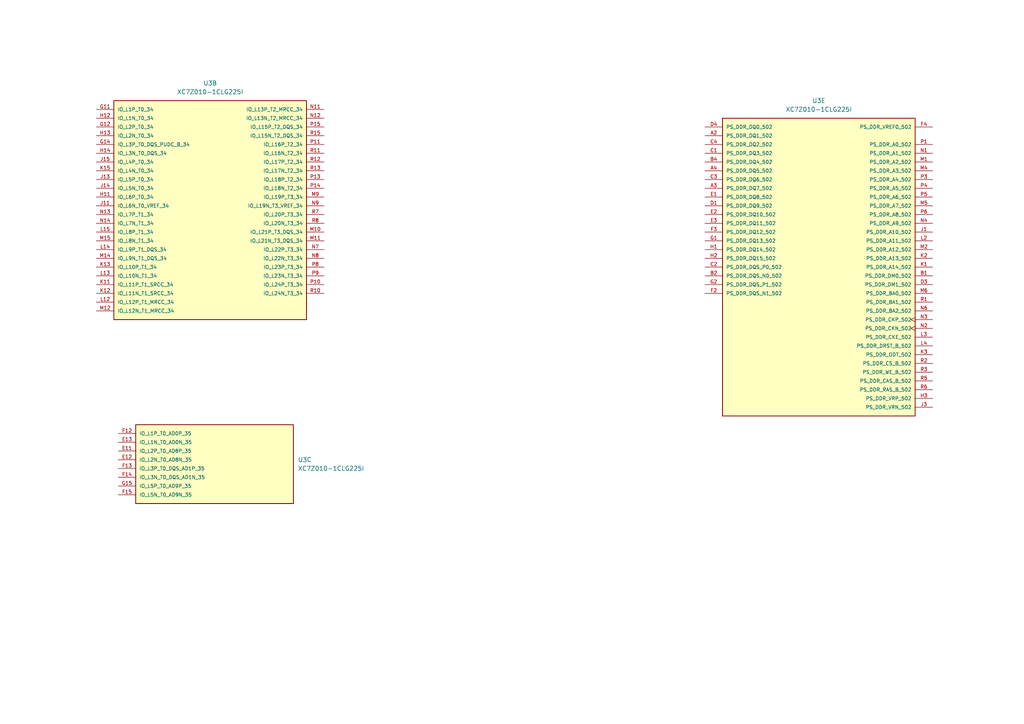
<source format=kicad_sch>
(kicad_sch (version 20231120) (generator "eeschema") (generator_version "8.0")
  (paper "A4")
  (lib_symbols
    (symbol "Personal:XC7Z010-1CLG225I" (pin_names (offset 1.016))
      (property "Reference" "U" (at -25.5456 24.8201 0))
      (property "Value" "XC7Z010-1CLG225I" (at -25.5473 -24.1252 0))
      (symbol "XC7Z010-1CLG225I_1_0"
        (rectangle (start -25.4 -20.32) (end 25.4 22.86) (stroke (width 0.254)) (fill (type background)))
        (pin bidirectional line (at 30.48 7.62 180) (length 5.08) (name "INIT_B_0") (number "D5"))
        (pin power_in line (at 30.48 20.32 180) (length 5.08) (name "VCCBATT_0") (number "E6"))
        (pin passive line (at 30.48 -10.16 180) (length 5.08) (name "RSVDGND") (number "E8"))
        (pin input line (at -30.48 -5.08 0) (length 5.08) (name "CFGBVS_0") (number "F6"))
        (pin power_in line (at 30.48 17.78 180) (length 5.08) (name "VCCADC_0") (number "F7"))
        (pin power_in line (at 30.48 -17.78 180) (length 5.08) (name "GNDADC_0") (number "F8"))
        (pin passive line (at 30.48 -2.54 180) (length 5.08) (name "RSVSVCC1") (number "G4"))
        (pin input line (at -30.48 -7.62 0) (length 5.08) (name "VP_0") (number "G7"))
        (pin power_in line (at 30.48 -15.24 180) (length 5.08) (name "VREFN_0") (number "G8"))
        (pin input clock (at -30.48 10.16 0) (length 5.08) (name "TCK_0") (number "G9"))
        (pin passive line (at 30.48 -7.62 180) (length 5.08) (name "RSVSVCC3") (number "H4"))
        (pin power_in line (at 30.48 15.24 180) (length 5.08) (name "VREFP_0") (number "H7"))
        (pin input line (at -30.48 -10.16 0) (length 5.08) (name "VN_0") (number "H8"))
        (pin passive line (at 30.48 -5.08 180) (length 5.08) (name "RSVSVCC2") (number "J4"))
        (pin output line (at 30.48 2.54 180) (length 5.08) (name "DXP_0") (number "J7"))
        (pin input line (at -30.48 -2.54 0) (length 5.08) (name "PROGRAM_B_0") (number "K6"))
        (pin input line (at -30.48 5.08 0) (length 5.08) (name "TDI_0") (number "L7"))
        (pin output line (at -30.48 2.54 0) (length 5.08) (name "TDO_0") (number "L8"))
        (pin input line (at -30.48 7.62 0) (length 5.08) (name "TMS_0") (number "L9"))
        (pin bidirectional line (at 30.48 10.16 180) (length 5.08) (name "DONE_0") (number "M7"))
      )
      (symbol "XC7Z010-1CLG225I_2_0"
        (rectangle (start -27.94 -30.48) (end 27.94 33.02) (stroke (width 0.254)) (fill (type background)))
        (pin bidirectional line (at -33.02 30.48 0) (length 5.08) (name "IO_L1P_T0_34") (number "G11"))
        (pin bidirectional line (at -33.02 25.4 0) (length 5.08) (name "IO_L2P_T0_34") (number "G12"))
        (pin bidirectional line (at -33.02 20.32 0) (length 5.08) (name "IO_L3P_T0_DQS_PUDC_B_34") (number "G14"))
        (pin bidirectional line (at -33.02 5.08 0) (length 5.08) (name "IO_L6P_T0_34") (number "H11"))
        (pin bidirectional line (at -33.02 27.94 0) (length 5.08) (name "IO_L1N_T0_34") (number "H12"))
        (pin bidirectional line (at -33.02 22.86 0) (length 5.08) (name "IO_L2N_T0_34") (number "H13"))
        (pin bidirectional line (at -33.02 17.78 0) (length 5.08) (name "IO_L3N_T0_DQS_34") (number "H14"))
        (pin bidirectional line (at -33.02 2.54 0) (length 5.08) (name "IO_L6N_T0_VREF_34") (number "J11"))
        (pin bidirectional line (at -33.02 10.16 0) (length 5.08) (name "IO_L5P_T0_34") (number "J13"))
        (pin bidirectional line (at -33.02 7.62 0) (length 5.08) (name "IO_L5N_T0_34") (number "J14"))
        (pin bidirectional line (at -33.02 15.24 0) (length 5.08) (name "IO_L4P_T0_34") (number "J15"))
        (pin bidirectional line (at -33.02 -20.32 0) (length 5.08) (name "IO_L11P_T1_SRCC_34") (number "K11"))
        (pin bidirectional line (at -33.02 -22.86 0) (length 5.08) (name "IO_L11N_T1_SRCC_34") (number "K12"))
        (pin bidirectional line (at -33.02 -15.24 0) (length 5.08) (name "IO_L10P_T1_34") (number "K13"))
        (pin bidirectional line (at -33.02 12.7 0) (length 5.08) (name "IO_L4N_T0_34") (number "K15"))
        (pin bidirectional line (at -33.02 -25.4 0) (length 5.08) (name "IO_L12P_T1_MRCC_34") (number "L12"))
        (pin bidirectional line (at -33.02 -17.78 0) (length 5.08) (name "IO_L10N_T1_34") (number "L13"))
        (pin bidirectional line (at -33.02 -10.16 0) (length 5.08) (name "IO_L9P_T1_DQS_34") (number "L14"))
        (pin bidirectional line (at -33.02 -5.08 0) (length 5.08) (name "IO_L8P_T1_34") (number "L15"))
        (pin bidirectional line (at 33.02 -5.08 180) (length 5.08) (name "IO_L21P_T3_DQS_34") (number "M10"))
        (pin bidirectional line (at 33.02 -7.62 180) (length 5.08) (name "IO_L21N_T3_DQS_34") (number "M11"))
        (pin bidirectional line (at -33.02 -27.94 0) (length 5.08) (name "IO_L12N_T1_MRCC_34") (number "M12"))
        (pin bidirectional line (at -33.02 -12.7 0) (length 5.08) (name "IO_L9N_T1_DQS_34") (number "M14"))
        (pin bidirectional line (at -33.02 -7.62 0) (length 5.08) (name "IO_L8N_T1_34") (number "M15"))
        (pin bidirectional line (at 33.02 5.08 180) (length 5.08) (name "IO_L19P_T3_34") (number "M9"))
        (pin bidirectional line (at 33.02 30.48 180) (length 5.08) (name "IO_L13P_T2_MRCC_34") (number "N11"))
        (pin bidirectional line (at 33.02 27.94 180) (length 5.08) (name "IO_L13N_T2_MRCC_34") (number "N12"))
        (pin bidirectional line (at -33.02 0 0) (length 5.08) (name "IO_L7P_T1_34") (number "N13"))
        (pin bidirectional line (at -33.02 -2.54 0) (length 5.08) (name "IO_L7N_T1_34") (number "N14"))
        (pin bidirectional line (at 33.02 -10.16 180) (length 5.08) (name "IO_L22P_T3_34") (number "N7"))
        (pin bidirectional line (at 33.02 -12.7 180) (length 5.08) (name "IO_L22N_T3_34") (number "N8"))
        (pin bidirectional line (at 33.02 2.54 180) (length 5.08) (name "IO_L19N_T3_VREF_34") (number "N9"))
        (pin bidirectional line (at 33.02 -20.32 180) (length 5.08) (name "IO_L24P_T3_34") (number "P10"))
        (pin bidirectional line (at 33.02 20.32 180) (length 5.08) (name "IO_L16P_T2_34") (number "P11"))
        (pin bidirectional line (at 33.02 10.16 180) (length 5.08) (name "IO_L18P_T2_34") (number "P13"))
        (pin bidirectional line (at 33.02 7.62 180) (length 5.08) (name "IO_L18N_T2_34") (number "P14"))
        (pin bidirectional line (at 33.02 25.4 180) (length 5.08) (name "IO_L15P_T2_DQS_34") (number "P15"))
        (pin bidirectional line (at 33.02 -15.24 180) (length 5.08) (name "IO_L23P_T3_34") (number "P8"))
        (pin bidirectional line (at 33.02 -17.78 180) (length 5.08) (name "IO_L23N_T3_34") (number "P9"))
        (pin bidirectional line (at 33.02 -22.86 180) (length 5.08) (name "IO_L24N_T3_34") (number "R10"))
        (pin bidirectional line (at 33.02 17.78 180) (length 5.08) (name "IO_L16N_T2_34") (number "R11"))
        (pin bidirectional line (at 33.02 15.24 180) (length 5.08) (name "IO_L17P_T2_34") (number "R12"))
        (pin bidirectional line (at 33.02 12.7 180) (length 5.08) (name "IO_L17N_T2_34") (number "R13"))
        (pin bidirectional line (at 33.02 22.86 180) (length 5.08) (name "IO_L15N_T2_DQS_34") (number "R15"))
        (pin bidirectional line (at 33.02 0 180) (length 5.08) (name "IO_L20P_T3_34") (number "R7"))
        (pin bidirectional line (at 33.02 -2.54 180) (length 5.08) (name "IO_L20N_T3_34") (number "R8"))
      )
      (symbol "XC7Z010-1CLG225I_3_0"
        (rectangle (start -22.86 -10.16) (end 22.86 12.7) (stroke (width 0.254)) (fill (type background)))
        (pin bidirectional line (at -27.94 5.08 0) (length 5.08) (name "IO_L2P_T0_AD8P_35") (number "E11"))
        (pin bidirectional line (at -27.94 2.54 0) (length 5.08) (name "IO_L2N_T0_AD8N_35") (number "E12"))
        (pin bidirectional line (at -27.94 7.62 0) (length 5.08) (name "IO_L1N_T0_AD0N_35") (number "E13"))
        (pin bidirectional line (at -27.94 10.16 0) (length 5.08) (name "IO_L1P_T0_AD0P_35") (number "F12"))
        (pin bidirectional line (at -27.94 0 0) (length 5.08) (name "IO_L3P_T0_DQS_AD1P_35") (number "F13"))
        (pin bidirectional line (at -27.94 -2.54 0) (length 5.08) (name "IO_L3N_T0_DQS_AD1N_35") (number "F14"))
        (pin bidirectional line (at -27.94 -7.62 0) (length 5.08) (name "IO_L5N_T0_AD9N_35") (number "F15"))
        (pin bidirectional line (at -27.94 -5.08 0) (length 5.08) (name "IO_L5P_T0_AD9P_35") (number "G15"))
      )
      (symbol "XC7Z010-1CLG225I_4_0"
        (rectangle (start -22.86 -25.4) (end 22.86 25.4) (stroke (width 0.254)) (fill (type background)))
        (pin bidirectional line (at -27.94 0 0) (length 5.08) (name "PS_MIO6_500") (number "A10"))
        (pin bidirectional line (at 27.94 -20.32 180) (length 5.08) (name "PS_MIO52_501") (number "A12"))
        (pin bidirectional line (at 27.94 -10.16 180) (length 5.08) (name "PS_MIO38_501") (number "A13"))
        (pin bidirectional line (at 27.94 -2.54 180) (length 5.08) (name "PS_MIO35_501") (number "A14"))
        (pin bidirectional line (at 27.94 15.24 180) (length 5.08) (name "PS_MIO28_501") (number "A15"))
        (pin bidirectional line (at -27.94 12.7 0) (length 5.08) (name "PS_MIO1_500") (number "A5"))
        (pin bidirectional line (at -27.94 7.62 0) (length 5.08) (name "PS_MIO3_500") (number "A7"))
        (pin bidirectional line (at -27.94 10.16 0) (length 5.08) (name "PS_MIO2_500") (number "A8"))
        (pin bidirectional line (at -27.94 2.54 0) (length 5.08) (name "PS_MIO5_500") (number "A9"))
        (pin bidirectional line (at -27.94 -12.7 0) (length 5.08) (name "PS_MIO11_500") (number "B10"))
        (pin input line (at 27.94 20.32 180) (length 5.08) (name "PS_SRST_B_501") (number "B11"))
        (pin bidirectional line (at 27.94 -15.24 180) (length 5.08) (name "PS_MIO48_501") (number "B12"))
        (pin bidirectional line (at 27.94 -5.08 180) (length 5.08) (name "PS_MIO36_501") (number "B14"))
        (pin bidirectional line (at 27.94 10.16 180) (length 5.08) (name "PS_MIO30_501") (number "B15"))
        (pin bidirectional line (at -27.94 -7.62 0) (length 5.08) (name "PS_MIO9_500") (number "B5"))
        (pin bidirectional line (at -27.94 -5.08 0) (length 5.08) (name "PS_MIO8_500") (number "B6"))
        (pin bidirectional line (at -27.94 -15.24 0) (length 5.08) (name "PS_MIO12_500") (number "B7"))
        (pin bidirectional line (at -27.94 -20.32 0) (length 5.08) (name "PS_MIO14_500") (number "B9"))
        (pin bidirectional line (at 27.94 2.54 180) (length 5.08) (name "PS_MIO33_501") (number "C11"))
        (pin bidirectional line (at 27.94 7.62 180) (length 5.08) (name "PS_MIO31_501") (number "C12"))
        (pin bidirectional line (at 27.94 -22.86 180) (length 5.08) (name "PS_MIO53_501") (number "C13"))
        (pin bidirectional line (at 27.94 -7.62 180) (length 5.08) (name "PS_MIO37_501") (number "C14"))
        (pin bidirectional line (at -27.94 -17.78 0) (length 5.08) (name "PS_MIO13_500") (number "C6"))
        (pin input clock (at -27.94 22.86 0) (length 5.08) (name "PS_CLK_500") (number "C7"))
        (pin bidirectional line (at -27.94 5.08 0) (length 5.08) (name "PS_MIO4_500") (number "C8"))
        (pin input line (at -27.94 20.32 0) (length 5.08) (name "PS_POR_B_500") (number "C9"))
        (pin bidirectional line (at -27.94 -22.86 0) (length 5.08) (name "PS_MIO15_500") (number "D10"))
        (pin bidirectional line (at 27.94 12.7 180) (length 5.08) (name "PS_MIO29_501") (number "D11"))
        (pin bidirectional line (at 27.94 -17.78 180) (length 5.08) (name "PS_MIO49_501") (number "D13"))
        (pin bidirectional line (at 27.94 -12.7 180) (length 5.08) (name "PS_MIO39_501") (number "D14"))
        (pin bidirectional line (at 27.94 0 180) (length 5.08) (name "PS_MIO34_501") (number "D15"))
        (pin bidirectional line (at -27.94 -10.16 0) (length 5.08) (name "PS_MIO10_500") (number "D6"))
        (pin bidirectional line (at -27.94 15.24 0) (length 5.08) (name "PS_MIO0_500") (number "D8"))
        (pin bidirectional line (at -27.94 -2.54 0) (length 5.08) (name "PS_MIO7_500") (number "D9"))
        (pin bidirectional line (at 27.94 5.08 180) (length 5.08) (name "PS_MIO32_501") (number "E15"))
      )
      (symbol "XC7Z010-1CLG225I_5_0"
        (rectangle (start -27.94 -43.18) (end 27.94 43.18) (stroke (width 0.254)) (fill (type background)))
        (pin bidirectional line (at -33.02 38.1 0) (length 5.08) (name "PS_DDR_DQ1_502") (number "A2"))
        (pin bidirectional line (at -33.02 22.86 0) (length 5.08) (name "PS_DDR_DQ7_502") (number "A3"))
        (pin bidirectional line (at -33.02 27.94 0) (length 5.08) (name "PS_DDR_DQ5_502") (number "A4"))
        (pin output line (at 33.02 -2.54 180) (length 5.08) (name "PS_DDR_DM0_502") (number "B1"))
        (pin bidirectional line (at -33.02 -2.54 0) (length 5.08) (name "PS_DDR_DQS_N0_502") (number "B2"))
        (pin bidirectional line (at -33.02 30.48 0) (length 5.08) (name "PS_DDR_DQ4_502") (number "B4"))
        (pin bidirectional line (at -33.02 33.02 0) (length 5.08) (name "PS_DDR_DQ3_502") (number "C1"))
        (pin bidirectional line (at -33.02 0 0) (length 5.08) (name "PS_DDR_DQS_P0_502") (number "C2"))
        (pin bidirectional line (at -33.02 25.4 0) (length 5.08) (name "PS_DDR_DQ6_502") (number "C3"))
        (pin bidirectional line (at -33.02 35.56 0) (length 5.08) (name "PS_DDR_DQ2_502") (number "C4"))
        (pin bidirectional line (at -33.02 17.78 0) (length 5.08) (name "PS_DDR_DQ9_502") (number "D1"))
        (pin output line (at 33.02 -5.08 180) (length 5.08) (name "PS_DDR_DM1_502") (number "D3"))
        (pin bidirectional line (at -33.02 40.64 0) (length 5.08) (name "PS_DDR_DQ0_502") (number "D4"))
        (pin bidirectional line (at -33.02 20.32 0) (length 5.08) (name "PS_DDR_DQ8_502") (number "E1"))
        (pin bidirectional line (at -33.02 15.24 0) (length 5.08) (name "PS_DDR_DQ10_502") (number "E2"))
        (pin bidirectional line (at -33.02 12.7 0) (length 5.08) (name "PS_DDR_DQ11_502") (number "E3"))
        (pin bidirectional line (at -33.02 -7.62 0) (length 5.08) (name "PS_DDR_DQS_N1_502") (number "F2"))
        (pin bidirectional line (at -33.02 10.16 0) (length 5.08) (name "PS_DDR_DQ12_502") (number "F3"))
        (pin power_in line (at 33.02 40.64 180) (length 5.08) (name "PS_DDR_VREF0_502") (number "F4"))
        (pin bidirectional line (at -33.02 7.62 0) (length 5.08) (name "PS_DDR_DQ13_502") (number "G1"))
        (pin bidirectional line (at -33.02 -5.08 0) (length 5.08) (name "PS_DDR_DQS_P1_502") (number "G2"))
        (pin bidirectional line (at -33.02 5.08 0) (length 5.08) (name "PS_DDR_DQ14_502") (number "H1"))
        (pin bidirectional line (at -33.02 2.54 0) (length 5.08) (name "PS_DDR_DQ15_502") (number "H2"))
        (pin output line (at 33.02 -38.1 180) (length 5.08) (name "PS_DDR_VRP_502") (number "H3"))
        (pin output line (at 33.02 10.16 180) (length 5.08) (name "PS_DDR_A10_502") (number "J1"))
        (pin output line (at 33.02 -40.64 180) (length 5.08) (name "PS_DDR_VRN_502") (number "J3"))
        (pin output line (at 33.02 0 180) (length 5.08) (name "PS_DDR_A14_502") (number "K1"))
        (pin output line (at 33.02 2.54 180) (length 5.08) (name "PS_DDR_A13_502") (number "K2"))
        (pin output line (at 33.02 -25.4 180) (length 5.08) (name "PS_DDR_ODT_502") (number "K3"))
        (pin output line (at 33.02 7.62 180) (length 5.08) (name "PS_DDR_A11_502") (number "L2"))
        (pin output line (at 33.02 -20.32 180) (length 5.08) (name "PS_DDR_CKE_502") (number "L3"))
        (pin output line (at 33.02 -22.86 180) (length 5.08) (name "PS_DDR_DRST_B_502") (number "L4"))
        (pin output line (at 33.02 30.48 180) (length 5.08) (name "PS_DDR_A2_502") (number "M1"))
        (pin output line (at 33.02 5.08 180) (length 5.08) (name "PS_DDR_A12_502") (number "M2"))
        (pin output line (at 33.02 27.94 180) (length 5.08) (name "PS_DDR_A3_502") (number "M4"))
        (pin output line (at 33.02 17.78 180) (length 5.08) (name "PS_DDR_A7_502") (number "M5"))
        (pin output line (at 33.02 -7.62 180) (length 5.08) (name "PS_DDR_BA0_502") (number "M6"))
        (pin output line (at 33.02 33.02 180) (length 5.08) (name "PS_DDR_A1_502") (number "N1"))
        (pin output clock (at 33.02 -17.78 180) (length 5.08) (name "PS_DDR_CKN_502") (number "N2"))
        (pin output clock (at 33.02 -15.24 180) (length 5.08) (name "PS_DDR_CKP_502") (number "N3"))
        (pin output line (at 33.02 12.7 180) (length 5.08) (name "PS_DDR_A9_502") (number "N4"))
        (pin output line (at 33.02 -12.7 180) (length 5.08) (name "PS_DDR_BA2_502") (number "N6"))
        (pin output line (at 33.02 35.56 180) (length 5.08) (name "PS_DDR_A0_502") (number "P1"))
        (pin output line (at 33.02 25.4 180) (length 5.08) (name "PS_DDR_A4_502") (number "P3"))
        (pin output line (at 33.02 22.86 180) (length 5.08) (name "PS_DDR_A5_502") (number "P4"))
        (pin output line (at 33.02 20.32 180) (length 5.08) (name "PS_DDR_A6_502") (number "P5"))
        (pin output line (at 33.02 15.24 180) (length 5.08) (name "PS_DDR_A8_502") (number "P6"))
        (pin output line (at 33.02 -10.16 180) (length 5.08) (name "PS_DDR_BA1_502") (number "R1"))
        (pin output line (at 33.02 -27.94 180) (length 5.08) (name "PS_DDR_CS_B_502") (number "R2"))
        (pin output line (at 33.02 -30.48 180) (length 5.08) (name "PS_DDR_WE_B_502") (number "R3"))
        (pin output line (at 33.02 -33.02 180) (length 5.08) (name "PS_DDR_CAS_B_502") (number "R5"))
        (pin output line (at 33.02 -35.56 180) (length 5.08) (name "PS_DDR_RAS_B_502") (number "R6"))
      )
      (symbol "XC7Z010-1CLG225I_6_0"
        (rectangle (start -17.78 -17.78) (end 17.78 17.78) (stroke (width 0.254)) (fill (type background)))
        (pin power_in line (at 22.86 -15.24 180) (length 5.08) (name "GND") (number "A1"))
        (pin power_in line (at 22.86 -15.24 180) (length 5.08) (name "GND") (number "A11"))
        (pin power_in line (at 22.86 -5.08 180) (length 5.08) (name "VCCO_MIO0_500") (number "A6"))
        (pin power_in line (at 22.86 -7.62 180) (length 5.08) (name "VCCO_MIO1_501") (number "B13"))
        (pin power_in line (at 22.86 -10.16 180) (length 5.08) (name "VCCO_DDR_502") (number "B3"))
        (pin power_in line (at 22.86 -15.24 180) (length 5.08) (name "GND") (number "B8"))
        (pin power_in line (at 22.86 -7.62 180) (length 5.08) (name "VCCO_MIO1_501") (number "C10"))
        (pin power_in line (at 22.86 -15.24 180) (length 5.08) (name "GND") (number "C15"))
        (pin power_in line (at 22.86 -15.24 180) (length 5.08) (name "GND") (number "C5"))
        (pin power_in line (at 22.86 -15.24 180) (length 5.08) (name "GND") (number "D12"))
        (pin power_in line (at 22.86 -15.24 180) (length 5.08) (name "GND") (number "D2"))
        (pin power_in line (at 22.86 -5.08 180) (length 5.08) (name "VCCO_MIO0_500") (number "D7"))
        (pin power_in line (at 22.86 15.24 180) (length 5.08) (name "VCCINT") (number "E10"))
        (pin power_in line (at 22.86 -7.62 180) (length 5.08) (name "VCCO_MIO1_501") (number "E14"))
        (pin power_in line (at 22.86 -10.16 180) (length 5.08) (name "VCCO_DDR_502") (number "E4"))
        (pin power_in line (at 22.86 -15.24 180) (length 5.08) (name "GND") (number "E5"))
        (pin power_in line (at 22.86 -15.24 180) (length 5.08) (name "GND") (number "E7"))
        (pin power_in line (at 22.86 -15.24 180) (length 5.08) (name "GND") (number "E9"))
        (pin power_in line (at 22.86 -10.16 180) (length 5.08) (name "VCCO_DDR_502") (number "F1"))
        (pin power_in line (at 22.86 -15.24 180) (length 5.08) (name "GND") (number "F10"))
        (pin power_in line (at 22.86 -2.54 180) (length 5.08) (name "VCCO_35") (number "F11"))
        (pin power_in line (at 22.86 5.08 180) (length 5.08) (name "VCCPLL") (number "F5"))
        (pin power_in line (at 22.86 15.24 180) (length 5.08) (name "VCCINT") (number "F9"))
        (pin power_in line (at 22.86 15.24 180) (length 5.08) (name "VCCINT") (number "G10"))
        (pin power_in line (at 22.86 -15.24 180) (length 5.08) (name "GND") (number "G13"))
        (pin power_in line (at 22.86 -15.24 180) (length 5.08) (name "GND") (number "G3"))
        (pin power_in line (at 22.86 -15.24 180) (length 5.08) (name "GND") (number "G5"))
        (pin power_in line (at 22.86 12.7 180) (length 5.08) (name "VCCPINT") (number "G6"))
        (pin power_in line (at 22.86 -15.24 180) (length 5.08) (name "GND") (number "H10"))
        (pin power_in line (at 22.86 -2.54 180) (length 5.08) (name "VCCO_35") (number "H15"))
        (pin power_in line (at 22.86 12.7 180) (length 5.08) (name "VCCPINT") (number "H5"))
        (pin power_in line (at 22.86 -15.24 180) (length 5.08) (name "GND") (number "H6"))
        (pin power_in line (at 22.86 10.16 180) (length 5.08) (name "VCCAUX") (number "H9"))
        (pin power_in line (at 22.86 15.24 180) (length 5.08) (name "VCCINT") (number "J10"))
        (pin power_in line (at 22.86 0 180) (length 5.08) (name "VCCO_34") (number "J12"))
        (pin power_in line (at 22.86 -10.16 180) (length 5.08) (name "VCCO_DDR_502") (number "J2"))
        (pin power_in line (at 22.86 -15.24 180) (length 5.08) (name "GND") (number "J5"))
        (pin power_in line (at 22.86 7.62 180) (length 5.08) (name "VCCPAUX") (number "J6"))
        (pin power_in line (at 22.86 10.16 180) (length 5.08) (name "VCCAUX") (number "J8"))
        (pin power_in line (at 22.86 -15.24 180) (length 5.08) (name "GND") (number "J9"))
        (pin power_in line (at 22.86 -15.24 180) (length 5.08) (name "GND") (number "K10"))
        (pin power_in line (at 22.86 -15.24 180) (length 5.08) (name "GND") (number "K14"))
        (pin power_in line (at 22.86 -15.24 180) (length 5.08) (name "GND") (number "K4"))
        (pin power_in line (at 22.86 12.7 180) (length 5.08) (name "VCCPINT") (number "K5"))
        (pin power_in line (at 22.86 -15.24 180) (length 5.08) (name "GND") (number "K7"))
        (pin power_in line (at 22.86 2.54 180) (length 5.08) (name "VCCO_0") (number "K8"))
        (pin power_in line (at 22.86 10.16 180) (length 5.08) (name "VCCAUX") (number "K9"))
        (pin power_in line (at 22.86 -15.24 180) (length 5.08) (name "GND") (number "L1"))
        (pin power_in line (at 22.86 15.24 180) (length 5.08) (name "VCCINT") (number "L10"))
        (pin power_in line (at 22.86 -15.24 180) (length 5.08) (name "GND") (number "L11"))
        (pin power_in line (at 22.86 -15.24 180) (length 5.08) (name "GND") (number "L5"))
        (pin power_in line (at 22.86 7.62 180) (length 5.08) (name "VCCPAUX") (number "L6"))
        (pin power_in line (at 22.86 0 180) (length 5.08) (name "VCCO_34") (number "M13"))
        (pin power_in line (at 22.86 -10.16 180) (length 5.08) (name "VCCO_DDR_502") (number "M3"))
        (pin power_in line (at 22.86 -15.24 180) (length 5.08) (name "GND") (number "M8"))
        (pin power_in line (at 22.86 0 180) (length 5.08) (name "VCCO_34") (number "N10"))
        (pin power_in line (at 22.86 -15.24 180) (length 5.08) (name "GND") (number "N15"))
        (pin power_in line (at 22.86 -15.24 180) (length 5.08) (name "GND") (number "N5"))
        (pin power_in line (at 22.86 -15.24 180) (length 5.08) (name "GND") (number "P12"))
        (pin power_in line (at 22.86 -15.24 180) (length 5.08) (name "GND") (number "P2"))
        (pin power_in line (at 22.86 0 180) (length 5.08) (name "VCCO_34") (number "P7"))
        (pin power_in line (at 22.86 0 180) (length 5.08) (name "VCCO_34") (number "R14"))
        (pin power_in line (at 22.86 -10.16 180) (length 5.08) (name "VCCO_DDR_502") (number "R4"))
        (pin power_in line (at 22.86 -15.24 180) (length 5.08) (name "GND") (number "R9"))
      )
    )
  )
  (symbol (lib_id "Personal:XC7Z010-1CLG225I") (at 60.96 62.23 0) (unit 2)
    (property "Reference" "U3" (at 60.96 24.13 0))
    (property "Value" "XC7Z010-1CLG225I" (at 60.96 26.67 0))
    (property "Footprint" "Sync_VT extras:225-LFBGA" (effects (hide yes)))
    (property "MF" "Xilinx Inc." (effects (hide yes)))
    (property "SNAPEDA_PACKAGE_ID" "16134" (effects (hide yes)))
    (property "PACKAGE" "CSPBGA-225 Xilinx" (effects (hide yes)))
    (property "MPN" "XC7Z010-1CLG225I" (effects (hide yes)))
    (property "PRICE" "61.07 USD" (effects (hide yes)))
    (property "Package" "CSPBGA-225 Xilinx" (effects (hide yes)))
    (property "Check_prices" "https://www.snapeda.com/parts/XC7Z010-1CLG225I/Xilinx+Inc./view-part/?ref=eda" (effects (hide yes)))
    (property "STANDARD" "IPC-7351B" (effects (hide yes)))
    (property "PARREV" "1.8" (effects (hide yes)))
    (property "SnapEDA_Link" "https://www.snapeda.com/parts/XC7Z010-1CLG225I/Xilinx+Inc./view-part/?ref=snap" (effects (hide yes)))
    (property "MP" "XC7Z010-1CLG225I" (effects (hide yes)))
    (property "Price" "None" (effects (hide yes)))
    (property "Description_1" "\n                        \n                            Dual ARM® Cortex®-A9 MPCore™ with CoreSight™ System On Chip (SOC) IC Zynq®-7000 Artix™-7 FPGA, 28K Logic Cells   667MHz 225-CSPBGA (13x13)\n                        \n" (effects (hide yes)))
    (property "Availability" "In Stock" (effects (hide yes)))
    (property "AVAILABILITY" "Bad" (effects (hide yes)))
    (property "MANUFACTURER" "Xilinx" (effects (hide yes)))
  )
  (symbol (lib_id "Personal:XC7Z010-1CLG225I") (at 62.23 135.89 0) (unit 3)
    (property "Reference" "U3" (at 86.36 133.3499 0) (effects (justify left)))
    (property "Value" "XC7Z010-1CLG225I" (at 86.36 135.8899 0) (effects (justify left)))
    (property "Footprint" "Sync_VT extras:225-LFBGA" (effects (hide yes)))
    (property "MF" "Xilinx Inc." (effects (hide yes)))
    (property "SNAPEDA_PACKAGE_ID" "16134" (effects (hide yes)))
    (property "PACKAGE" "CSPBGA-225 Xilinx" (effects (hide yes)))
    (property "MPN" "XC7Z010-1CLG225I" (effects (hide yes)))
    (property "PRICE" "61.07 USD" (effects (hide yes)))
    (property "Package" "CSPBGA-225 Xilinx" (effects (hide yes)))
    (property "Check_prices" "https://www.snapeda.com/parts/XC7Z010-1CLG225I/Xilinx+Inc./view-part/?ref=eda" (effects (hide yes)))
    (property "STANDARD" "IPC-7351B" (effects (hide yes)))
    (property "PARREV" "1.8" (effects (hide yes)))
    (property "SnapEDA_Link" "https://www.snapeda.com/parts/XC7Z010-1CLG225I/Xilinx+Inc./view-part/?ref=snap" (effects (hide yes)))
    (property "MP" "XC7Z010-1CLG225I" (effects (hide yes)))
    (property "Price" "None" (effects (hide yes)))
    (property "Description_1" "\n                        \n                            Dual ARM® Cortex®-A9 MPCore™ with CoreSight™ System On Chip (SOC) IC Zynq®-7000 Artix™-7 FPGA, 28K Logic Cells   667MHz 225-CSPBGA (13x13)\n                        \n" (effects (hide yes)))
    (property "Availability" "In Stock" (effects (hide yes)))
    (property "AVAILABILITY" "Bad" (effects (hide yes)))
    (property "MANUFACTURER" "Xilinx" (effects (hide yes)))
  )
  (symbol (lib_id "Personal:XC7Z010-1CLG225I") (at 237.49 77.47 0) (unit 5)
    (property "Reference" "U3" (at 237.49 29.21 0))
    (property "Value" "XC7Z010-1CLG225I" (at 237.49 31.75 0))
    (property "Footprint" "Sync_VT extras:225-LFBGA" (effects (hide yes)))
    (property "MF" "Xilinx Inc." (effects (hide yes)))
    (property "SNAPEDA_PACKAGE_ID" "16134" (effects (hide yes)))
    (property "PACKAGE" "CSPBGA-225 Xilinx" (effects (hide yes)))
    (property "MPN" "XC7Z010-1CLG225I" (effects (hide yes)))
    (property "PRICE" "61.07 USD" (effects (hide yes)))
    (property "Package" "CSPBGA-225 Xilinx" (effects (hide yes)))
    (property "Check_prices" "https://www.snapeda.com/parts/XC7Z010-1CLG225I/Xilinx+Inc./view-part/?ref=eda" (effects (hide yes)))
    (property "STANDARD" "IPC-7351B" (effects (hide yes)))
    (property "PARREV" "1.8" (effects (hide yes)))
    (property "SnapEDA_Link" "https://www.snapeda.com/parts/XC7Z010-1CLG225I/Xilinx+Inc./view-part/?ref=snap" (effects (hide yes)))
    (property "MP" "XC7Z010-1CLG225I" (effects (hide yes)))
    (property "Price" "None" (effects (hide yes)))
    (property "Description_1" "\n                        \n                            Dual ARM® Cortex®-A9 MPCore™ with CoreSight™ System On Chip (SOC) IC Zynq®-7000 Artix™-7 FPGA, 28K Logic Cells   667MHz 225-CSPBGA (13x13)\n                        \n" (effects (hide yes)))
    (property "Availability" "In Stock" (effects (hide yes)))
    (property "AVAILABILITY" "Bad" (effects (hide yes)))
    (property "MANUFACTURER" "Xilinx" (effects (hide yes)))
  )
)
</source>
